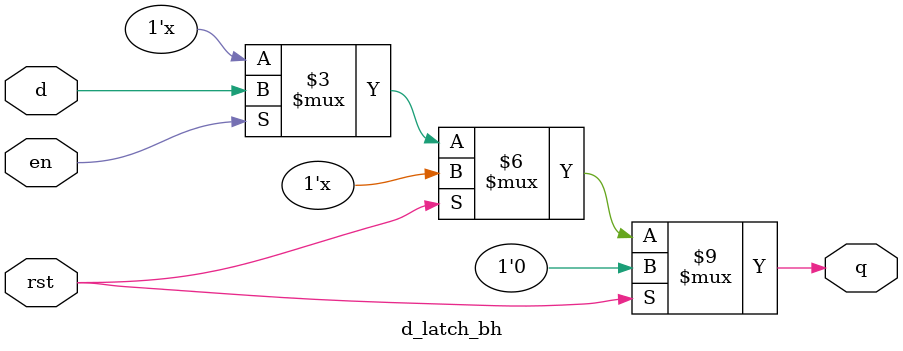
<source format=v>
module d_latch_bh(q, d, en, rst);
    input en, d, rst;
    output reg q;
    always @(en, q) begin
        if (rst) q = 1'b0;
        else if (en) q = d;
    end
endmodule
</source>
